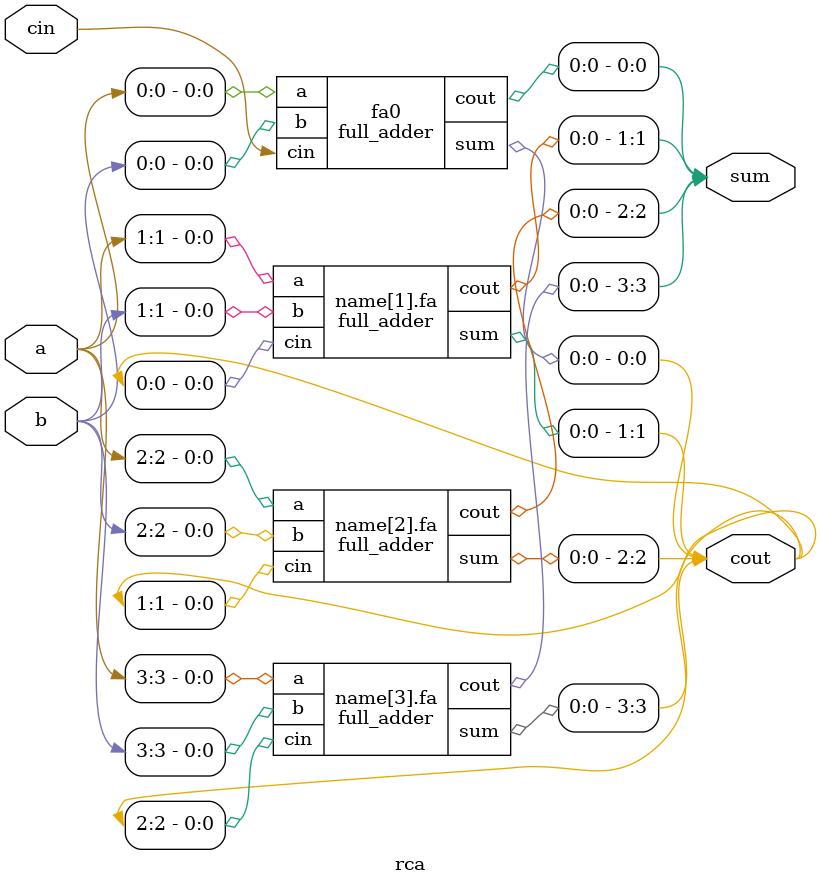
<source format=v>
 module full_adder (input a,b,input cin,output cout,sum );
  assign {cout,sum}={((a&b)|(b&cin)|(cin&a)),a^b^cin};
 endmodule
 
 module rca #(parameter size=4)
 (input [size-1:0]a,b,input cin,output[size-1:0]sum,output[size-1:0]cout);
 
 genvar g;
 generate
  full_adder fa0(a[0],b[0],cin,sum[0],cout[0]);
  for(g=1;g<size;g=g+1)begin:name
  full_adder fa(a[g],b[g],cout[g-1],sum[g],cout[g]);
 end
  endgenerate
  endmodule

</source>
